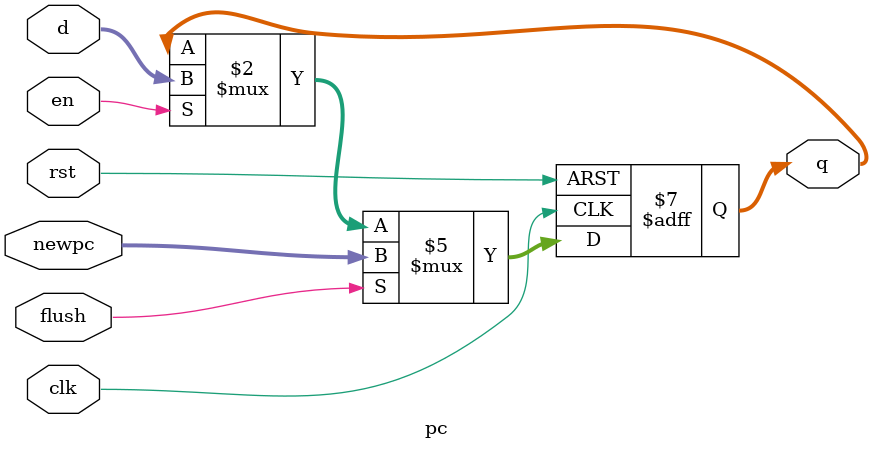
<source format=v>
`timescale 1ns / 1ps


module pc #(parameter WIDTH = 8)(
	input wire clk,rst,en,flush,
	input wire[WIDTH-1:0] d,
	input wire[WIDTH-1:0] newpc,
	output reg[WIDTH-1:0] q
    );

	always @(posedge clk, posedge rst) begin
		if(rst)
			q <= 32'hbfc00000;
		else if(flush)
			q <= newpc;
		else if(en)
			q <= d;
	end
endmodule
</source>
